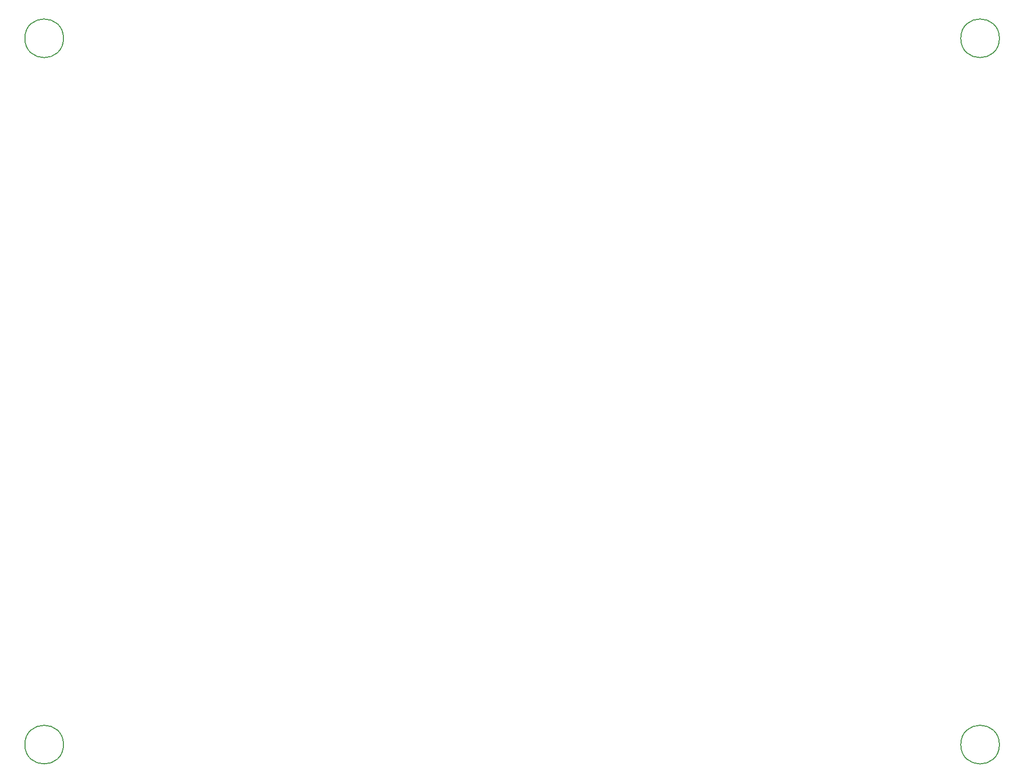
<source format=gbr>
%TF.GenerationSoftware,KiCad,Pcbnew,8.0.1*%
%TF.CreationDate,2026-02-13T23:09:19+01:00*%
%TF.ProjectId,PowerBox2.2 KICAD,506f7765-7242-46f7-9832-2e32204b4943,rev?*%
%TF.SameCoordinates,Original*%
%TF.FileFunction,Other,Comment*%
%FSLAX46Y46*%
G04 Gerber Fmt 4.6, Leading zero omitted, Abs format (unit mm)*
G04 Created by KiCad (PCBNEW 8.0.1) date 2026-02-13 23:09:19*
%MOMM*%
%LPD*%
G01*
G04 APERTURE LIST*
%ADD10C,0.150000*%
G04 APERTURE END LIST*
D10*
%TO.C,H6*%
X235200000Y-47000000D02*
G75*
G02*
X228800000Y-47000000I-3200000J0D01*
G01*
X228800000Y-47000000D02*
G75*
G02*
X235200000Y-47000000I3200000J0D01*
G01*
%TO.C,H8*%
X235200000Y-164000000D02*
G75*
G02*
X228800000Y-164000000I-3200000J0D01*
G01*
X228800000Y-164000000D02*
G75*
G02*
X235200000Y-164000000I3200000J0D01*
G01*
%TO.C,H7*%
X80200000Y-164000000D02*
G75*
G02*
X73800000Y-164000000I-3200000J0D01*
G01*
X73800000Y-164000000D02*
G75*
G02*
X80200000Y-164000000I3200000J0D01*
G01*
%TO.C,H5*%
X80200000Y-47000000D02*
G75*
G02*
X73800000Y-47000000I-3200000J0D01*
G01*
X73800000Y-47000000D02*
G75*
G02*
X80200000Y-47000000I3200000J0D01*
G01*
%TD*%
M02*

</source>
